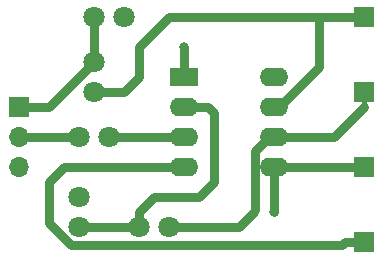
<source format=gbr>
G04 #@! TF.GenerationSoftware,KiCad,Pcbnew,(5.0.2)-1*
G04 #@! TF.CreationDate,2019-10-14T20:22:39-04:00*
G04 #@! TF.ProjectId,TempSensorCircuit,54656d70-5365-46e7-936f-724369726375,rev?*
G04 #@! TF.SameCoordinates,Original*
G04 #@! TF.FileFunction,Copper,L1,Top*
G04 #@! TF.FilePolarity,Positive*
%FSLAX46Y46*%
G04 Gerber Fmt 4.6, Leading zero omitted, Abs format (unit mm)*
G04 Created by KiCad (PCBNEW (5.0.2)-1) date 10/14/2019 8:22:39 PM*
%MOMM*%
%LPD*%
G01*
G04 APERTURE LIST*
G04 #@! TA.AperFunction,ComponentPad*
%ADD10C,1.800000*%
G04 #@! TD*
G04 #@! TA.AperFunction,ComponentPad*
%ADD11R,1.700000X1.700000*%
G04 #@! TD*
G04 #@! TA.AperFunction,ComponentPad*
%ADD12O,1.700000X1.700000*%
G04 #@! TD*
G04 #@! TA.AperFunction,ComponentPad*
%ADD13O,2.400000X1.600000*%
G04 #@! TD*
G04 #@! TA.AperFunction,ComponentPad*
%ADD14R,2.400000X1.600000*%
G04 #@! TD*
G04 #@! TA.AperFunction,ViaPad*
%ADD15C,0.800000*%
G04 #@! TD*
G04 #@! TA.AperFunction,Conductor*
%ADD16C,0.800000*%
G04 #@! TD*
G04 #@! TA.AperFunction,Conductor*
%ADD17C,0.400000*%
G04 #@! TD*
G04 APERTURE END LIST*
D10*
G04 #@! TO.P,0.6k1,2*
G04 #@! TO.N,Net-(0.6k1-Pad2)*
X147320000Y-77470000D03*
G04 #@! TO.P,0.6k1,1*
G04 #@! TO.N,Net-(0.6k1-Pad1)*
X149860000Y-77470000D03*
G04 #@! TD*
G04 #@! TO.P,1.5k1,e*
G04 #@! TO.N,Net-(1.5k1-Pad1)*
X154940000Y-85090000D03*
G04 #@! TO.P,1.5k1,2*
G04 #@! TO.N,Net-(1.5k1-Pad2)*
X152400000Y-85090000D03*
G04 #@! TD*
G04 #@! TO.P,1k1,2*
G04 #@! TO.N,Net-(1.5k1-Pad2)*
X147320000Y-85090000D03*
G04 #@! TO.P,1k1,1*
G04 #@! TO.N,GND*
X147320000Y-82550000D03*
G04 #@! TD*
G04 #@! TO.P,2k1,2*
G04 #@! TO.N,Net-(2k1-Pad2)*
X148590000Y-71120000D03*
G04 #@! TO.P,2k1,1*
G04 #@! TO.N,+12V*
X148590000Y-73660000D03*
G04 #@! TD*
G04 #@! TO.P,4k1,e*
G04 #@! TO.N,Net-(2k1-Pad2)*
X148590000Y-67310000D03*
G04 #@! TO.P,4k1,2*
G04 #@! TO.N,GND*
X151130000Y-67310000D03*
G04 #@! TD*
D11*
G04 #@! TO.P,H1,1*
G04 #@! TO.N,GND*
X171450000Y-80010000D03*
G04 #@! TD*
G04 #@! TO.P,H2,1*
G04 #@! TO.N,Net-(1.5k1-Pad1)*
X171450000Y-73660000D03*
G04 #@! TD*
G04 #@! TO.P,H3,1*
G04 #@! TO.N,+12V*
X171450000Y-67310000D03*
G04 #@! TD*
G04 #@! TO.P,H4,1*
G04 #@! TO.N,-12V*
X171450000Y-86360000D03*
G04 #@! TD*
D12*
G04 #@! TO.P,U1,3*
G04 #@! TO.N,GND*
X142240000Y-80010000D03*
G04 #@! TO.P,U1,2*
G04 #@! TO.N,Net-(0.6k1-Pad2)*
X142240000Y-77470000D03*
D11*
G04 #@! TO.P,U1,1*
G04 #@! TO.N,Net-(2k1-Pad2)*
X142240000Y-74930000D03*
G04 #@! TD*
D13*
G04 #@! TO.P,U2,8*
G04 #@! TO.N,Net-(U2-Pad8)*
X163830000Y-72390000D03*
G04 #@! TO.P,U2,4*
G04 #@! TO.N,-12V*
X156210000Y-80010000D03*
G04 #@! TO.P,U2,7*
G04 #@! TO.N,+12V*
X163830000Y-74930000D03*
G04 #@! TO.P,U2,3*
G04 #@! TO.N,Net-(0.6k1-Pad1)*
X156210000Y-77470000D03*
G04 #@! TO.P,U2,6*
G04 #@! TO.N,Net-(1.5k1-Pad1)*
X163830000Y-77470000D03*
G04 #@! TO.P,U2,2*
G04 #@! TO.N,Net-(1.5k1-Pad2)*
X156210000Y-74930000D03*
G04 #@! TO.P,U2,5*
G04 #@! TO.N,GND*
X163830000Y-80010000D03*
D14*
G04 #@! TO.P,U2,1*
X156210000Y-72390000D03*
G04 #@! TD*
D15*
G04 #@! TO.N,GND*
X156210000Y-69850000D03*
X163830000Y-83820000D03*
G04 #@! TD*
D16*
G04 #@! TO.N,Net-(0.6k1-Pad2)*
X147320000Y-77470000D02*
X142240000Y-77470000D01*
G04 #@! TO.N,Net-(0.6k1-Pad1)*
X149860000Y-77470000D02*
X156210000Y-77470000D01*
D17*
G04 #@! TO.N,Net-(1.5k1-Pad1)*
X171450000Y-74910000D02*
X171450000Y-73660000D01*
D16*
X168890000Y-77470000D02*
X171450000Y-74910000D01*
X163830000Y-77470000D02*
X168890000Y-77470000D01*
D17*
X163430000Y-77470000D02*
X163830000Y-77470000D01*
D16*
X162230000Y-78670000D02*
X163430000Y-77470000D01*
X162230000Y-83707070D02*
X162230000Y-78670000D01*
X160847070Y-85090000D02*
X162117070Y-83820000D01*
X154940000Y-85090000D02*
X160847070Y-85090000D01*
D17*
X162117070Y-83820000D02*
X162230000Y-83707070D01*
D16*
G04 #@! TO.N,Net-(1.5k1-Pad2)*
X147320000Y-85090000D02*
X152400000Y-85090000D01*
X152400000Y-83820000D02*
X152400000Y-85090000D01*
X156210000Y-74930000D02*
X158210000Y-74930000D01*
X158750000Y-75470000D02*
X158750000Y-81280000D01*
X158210000Y-74930000D02*
X158750000Y-75470000D01*
X158750000Y-81280000D02*
X157480000Y-82550000D01*
X157480000Y-82550000D02*
X153670000Y-82550000D01*
X153670000Y-82550000D02*
X152400000Y-83820000D01*
G04 #@! TO.N,GND*
X163830000Y-80010000D02*
X171450000Y-80010000D01*
X156210000Y-72390000D02*
X156210000Y-69850000D01*
X163830000Y-80010000D02*
X163830000Y-83820000D01*
G04 #@! TO.N,Net-(2k1-Pad2)*
X144780000Y-74930000D02*
X148590000Y-71120000D01*
X142240000Y-74930000D02*
X144780000Y-74930000D01*
X148590000Y-71120000D02*
X148590000Y-67310000D01*
G04 #@! TO.N,+12V*
X152400000Y-69850000D02*
X154940000Y-67310000D01*
D17*
X164230000Y-74930000D02*
X163830000Y-74930000D01*
D16*
X167640000Y-71520000D02*
X164230000Y-74930000D01*
X167640000Y-67310000D02*
X167640000Y-71520000D01*
X167640000Y-67310000D02*
X171450000Y-67310000D01*
X154940000Y-67310000D02*
X167640000Y-67310000D01*
X152400000Y-72390000D02*
X152400000Y-69850000D01*
X151130000Y-73660000D02*
X152400000Y-72390000D01*
X148590000Y-73660000D02*
X151130000Y-73660000D01*
G04 #@! TO.N,-12V*
X169800000Y-86360000D02*
X171450000Y-86360000D01*
X156210000Y-80010000D02*
X146050000Y-80010000D01*
X146050000Y-80010000D02*
X144780000Y-81280000D01*
X144780000Y-81280000D02*
X144780000Y-84770002D01*
X144780000Y-84770002D02*
X146599999Y-86590001D01*
X146599999Y-86590001D02*
X169569999Y-86590001D01*
X169569999Y-86590001D02*
X169800000Y-86360000D01*
G04 #@! TD*
M02*

</source>
